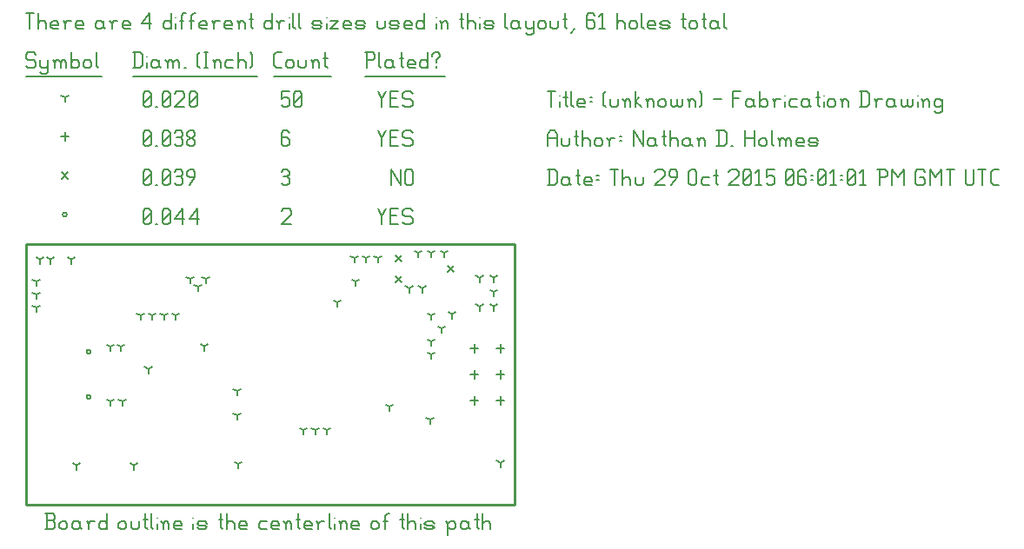
<source format=gbr>
G04 start of page 13 for group -3984 idx -3984 *
G04 Title: (unknown), fab *
G04 Creator: pcb 20140316 *
G04 CreationDate: Thu 29 Oct 2015 06:01:01 PM GMT UTC *
G04 For: ndholmes *
G04 Format: Gerber/RS-274X *
G04 PCB-Dimensions (mil): 1875.00 1000.00 *
G04 PCB-Coordinate-Origin: lower left *
%MOIN*%
%FSLAX25Y25*%
%LNFAB*%
%ADD86C,0.0100*%
%ADD85C,0.0075*%
%ADD84C,0.0060*%
%ADD83R,0.0080X0.0080*%
G54D83*X23322Y58661D02*G75*G03X24922Y58661I800J0D01*G01*
G75*G03X23322Y58661I-800J0D01*G01*
Y41339D02*G75*G03X24922Y41339I800J0D01*G01*
G75*G03X23322Y41339I-800J0D01*G01*
X14200Y111250D02*G75*G03X15800Y111250I800J0D01*G01*
G75*G03X14200Y111250I-800J0D01*G01*
G54D84*X135000Y113500D02*X136500Y110500D01*
X138000Y113500D01*
X136500Y110500D02*Y107500D01*
X139800Y110800D02*X142050D01*
X139800Y107500D02*X142800D01*
X139800Y113500D02*Y107500D01*
Y113500D02*X142800D01*
X147600D02*X148350Y112750D01*
X145350Y113500D02*X147600D01*
X144600Y112750D02*X145350Y113500D01*
X144600Y112750D02*Y111250D01*
X145350Y110500D01*
X147600D01*
X148350Y109750D01*
Y108250D01*
X147600Y107500D02*X148350Y108250D01*
X145350Y107500D02*X147600D01*
X144600Y108250D02*X145350Y107500D01*
X98000Y112750D02*X98750Y113500D01*
X101000D01*
X101750Y112750D01*
Y111250D01*
X98000Y107500D02*X101750Y111250D01*
X98000Y107500D02*X101750D01*
X45000Y108250D02*X45750Y107500D01*
X45000Y112750D02*Y108250D01*
Y112750D02*X45750Y113500D01*
X47250D01*
X48000Y112750D01*
Y108250D01*
X47250Y107500D02*X48000Y108250D01*
X45750Y107500D02*X47250D01*
X45000Y109000D02*X48000Y112000D01*
X49800Y107500D02*X50550D01*
X52350Y108250D02*X53100Y107500D01*
X52350Y112750D02*Y108250D01*
Y112750D02*X53100Y113500D01*
X54600D01*
X55350Y112750D01*
Y108250D01*
X54600Y107500D02*X55350Y108250D01*
X53100Y107500D02*X54600D01*
X52350Y109000D02*X55350Y112000D01*
X57150Y109750D02*X60150Y113500D01*
X57150Y109750D02*X60900D01*
X60150Y113500D02*Y107500D01*
X62700Y109750D02*X65700Y113500D01*
X62700Y109750D02*X66450D01*
X65700Y113500D02*Y107500D01*
X161800Y91700D02*X164200Y89300D01*
X161800D02*X164200Y91700D01*
X141800Y87700D02*X144200Y85300D01*
X141800D02*X144200Y87700D01*
X141800Y95700D02*X144200Y93300D01*
X141800D02*X144200Y95700D01*
X13800Y127450D02*X16200Y125050D01*
X13800D02*X16200Y127450D01*
X140000Y128500D02*Y122500D01*
Y128500D02*X143750Y122500D01*
Y128500D02*Y122500D01*
X145550Y127750D02*Y123250D01*
Y127750D02*X146300Y128500D01*
X147800D01*
X148550Y127750D01*
Y123250D01*
X147800Y122500D02*X148550Y123250D01*
X146300Y122500D02*X147800D01*
X145550Y123250D02*X146300Y122500D01*
X98000Y127750D02*X98750Y128500D01*
X100250D01*
X101000Y127750D01*
X100250Y122500D02*X101000Y123250D01*
X98750Y122500D02*X100250D01*
X98000Y123250D02*X98750Y122500D01*
Y125800D02*X100250D01*
X101000Y127750D02*Y126550D01*
Y125050D02*Y123250D01*
Y125050D02*X100250Y125800D01*
X101000Y126550D02*X100250Y125800D01*
X45000Y123250D02*X45750Y122500D01*
X45000Y127750D02*Y123250D01*
Y127750D02*X45750Y128500D01*
X47250D01*
X48000Y127750D01*
Y123250D01*
X47250Y122500D02*X48000Y123250D01*
X45750Y122500D02*X47250D01*
X45000Y124000D02*X48000Y127000D01*
X49800Y122500D02*X50550D01*
X52350Y123250D02*X53100Y122500D01*
X52350Y127750D02*Y123250D01*
Y127750D02*X53100Y128500D01*
X54600D01*
X55350Y127750D01*
Y123250D01*
X54600Y122500D02*X55350Y123250D01*
X53100Y122500D02*X54600D01*
X52350Y124000D02*X55350Y127000D01*
X57150Y127750D02*X57900Y128500D01*
X59400D01*
X60150Y127750D01*
X59400Y122500D02*X60150Y123250D01*
X57900Y122500D02*X59400D01*
X57150Y123250D02*X57900Y122500D01*
Y125800D02*X59400D01*
X60150Y127750D02*Y126550D01*
Y125050D02*Y123250D01*
Y125050D02*X59400Y125800D01*
X60150Y126550D02*X59400Y125800D01*
X62700Y122500D02*X64950Y125500D01*
Y127750D02*Y125500D01*
X64200Y128500D02*X64950Y127750D01*
X62700Y128500D02*X64200D01*
X61950Y127750D02*X62700Y128500D01*
X61950Y127750D02*Y126250D01*
X62700Y125500D01*
X64950D01*
X182000Y41600D02*Y38400D01*
X180400Y40000D02*X183600D01*
X182000Y51600D02*Y48400D01*
X180400Y50000D02*X183600D01*
X182000Y61600D02*Y58400D01*
X180400Y60000D02*X183600D01*
X172000Y41600D02*Y38400D01*
X170400Y40000D02*X173600D01*
X172000Y51600D02*Y48400D01*
X170400Y50000D02*X173600D01*
X172000Y61600D02*Y58400D01*
X170400Y60000D02*X173600D01*
X15000Y142850D02*Y139650D01*
X13400Y141250D02*X16600D01*
X135000Y143500D02*X136500Y140500D01*
X138000Y143500D01*
X136500Y140500D02*Y137500D01*
X139800Y140800D02*X142050D01*
X139800Y137500D02*X142800D01*
X139800Y143500D02*Y137500D01*
Y143500D02*X142800D01*
X147600D02*X148350Y142750D01*
X145350Y143500D02*X147600D01*
X144600Y142750D02*X145350Y143500D01*
X144600Y142750D02*Y141250D01*
X145350Y140500D01*
X147600D01*
X148350Y139750D01*
Y138250D01*
X147600Y137500D02*X148350Y138250D01*
X145350Y137500D02*X147600D01*
X144600Y138250D02*X145350Y137500D01*
X100250Y143500D02*X101000Y142750D01*
X98750Y143500D02*X100250D01*
X98000Y142750D02*X98750Y143500D01*
X98000Y142750D02*Y138250D01*
X98750Y137500D01*
X100250Y140800D02*X101000Y140050D01*
X98000Y140800D02*X100250D01*
X98750Y137500D02*X100250D01*
X101000Y138250D01*
Y140050D02*Y138250D01*
X45000D02*X45750Y137500D01*
X45000Y142750D02*Y138250D01*
Y142750D02*X45750Y143500D01*
X47250D01*
X48000Y142750D01*
Y138250D01*
X47250Y137500D02*X48000Y138250D01*
X45750Y137500D02*X47250D01*
X45000Y139000D02*X48000Y142000D01*
X49800Y137500D02*X50550D01*
X52350Y138250D02*X53100Y137500D01*
X52350Y142750D02*Y138250D01*
Y142750D02*X53100Y143500D01*
X54600D01*
X55350Y142750D01*
Y138250D01*
X54600Y137500D02*X55350Y138250D01*
X53100Y137500D02*X54600D01*
X52350Y139000D02*X55350Y142000D01*
X57150Y142750D02*X57900Y143500D01*
X59400D01*
X60150Y142750D01*
X59400Y137500D02*X60150Y138250D01*
X57900Y137500D02*X59400D01*
X57150Y138250D02*X57900Y137500D01*
Y140800D02*X59400D01*
X60150Y142750D02*Y141550D01*
Y140050D02*Y138250D01*
Y140050D02*X59400Y140800D01*
X60150Y141550D02*X59400Y140800D01*
X61950Y138250D02*X62700Y137500D01*
X61950Y139450D02*Y138250D01*
Y139450D02*X63000Y140500D01*
X63900D01*
X64950Y139450D01*
Y138250D01*
X64200Y137500D02*X64950Y138250D01*
X62700Y137500D02*X64200D01*
X61950Y141550D02*X63000Y140500D01*
X61950Y142750D02*Y141550D01*
Y142750D02*X62700Y143500D01*
X64200D01*
X64950Y142750D01*
Y141550D01*
X63900Y140500D02*X64950Y141550D01*
X4000Y85500D02*Y83900D01*
Y85500D02*X5387Y86300D01*
X4000Y85500D02*X2613Y86300D01*
X9500Y94000D02*Y92400D01*
Y94000D02*X10887Y94800D01*
X9500Y94000D02*X8113Y94800D01*
X5500Y94000D02*Y92400D01*
Y94000D02*X6887Y94800D01*
X5500Y94000D02*X4113Y94800D01*
X81000Y43500D02*Y41900D01*
Y43500D02*X82387Y44300D01*
X81000Y43500D02*X79613Y44300D01*
X68500Y60675D02*Y59075D01*
Y60675D02*X69887Y61475D01*
X68500Y60675D02*X67113Y61475D01*
X81000Y34276D02*Y32676D01*
Y34276D02*X82387Y35076D01*
X81000Y34276D02*X79613Y35076D01*
X139500Y37500D02*Y35900D01*
Y37500D02*X140887Y38300D01*
X139500Y37500D02*X138113Y38300D01*
X126500Y85500D02*Y83900D01*
Y85500D02*X127887Y86300D01*
X126500Y85500D02*X125113Y86300D01*
X126000Y94500D02*Y92900D01*
Y94500D02*X127387Y95300D01*
X126000Y94500D02*X124613Y95300D01*
X130500Y94500D02*Y92900D01*
Y94500D02*X131887Y95300D01*
X130500Y94500D02*X129113Y95300D01*
X135000Y94500D02*Y92900D01*
Y94500D02*X136387Y95300D01*
X135000Y94500D02*X133613Y95300D01*
X155500Y96500D02*Y94900D01*
Y96500D02*X156887Y97300D01*
X155500Y96500D02*X154113Y97300D01*
X160500Y96500D02*Y94900D01*
Y96500D02*X161887Y97300D01*
X160500Y96500D02*X159113Y97300D01*
X155500Y62500D02*Y60900D01*
Y62500D02*X156887Y63300D01*
X155500Y62500D02*X154113Y63300D01*
X155500Y72500D02*Y70900D01*
Y72500D02*X156887Y73300D01*
X155500Y72500D02*X154113Y73300D01*
X159500Y67500D02*Y65900D01*
Y67500D02*X160887Y68300D01*
X159500Y67500D02*X158113Y68300D01*
X152000Y83000D02*Y81400D01*
Y83000D02*X153387Y83800D01*
X152000Y83000D02*X150613Y83800D01*
X147000Y83000D02*Y81400D01*
Y83000D02*X148387Y83800D01*
X147000Y83000D02*X145613Y83800D01*
X155000Y32500D02*Y30900D01*
Y32500D02*X156387Y33300D01*
X155000Y32500D02*X153613Y33300D01*
X111000Y28500D02*Y26900D01*
Y28500D02*X112387Y29300D01*
X111000Y28500D02*X109613Y29300D01*
X115500Y28500D02*Y26900D01*
Y28500D02*X116887Y29300D01*
X115500Y28500D02*X114113Y29300D01*
X106500Y28500D02*Y26900D01*
Y28500D02*X107887Y29300D01*
X106500Y28500D02*X105113Y29300D01*
X155500Y57500D02*Y55900D01*
Y57500D02*X156887Y58300D01*
X155500Y57500D02*X154113Y58300D01*
X174000Y87000D02*Y85400D01*
Y87000D02*X175387Y87800D01*
X174000Y87000D02*X172613Y87800D01*
X174000Y76000D02*Y74400D01*
Y76000D02*X175387Y76800D01*
X174000Y76000D02*X172613Y76800D01*
X179500Y76000D02*Y74400D01*
Y76000D02*X180887Y76800D01*
X179500Y76000D02*X178113Y76800D01*
X179500Y81500D02*Y79900D01*
Y81500D02*X180887Y82300D01*
X179500Y81500D02*X178113Y82300D01*
X179500Y87000D02*Y85400D01*
Y87000D02*X180887Y87800D01*
X179500Y87000D02*X178113Y87800D01*
X163500Y73000D02*Y71400D01*
Y73000D02*X164887Y73800D01*
X163500Y73000D02*X162113Y73800D01*
X182000Y16000D02*Y14400D01*
Y16000D02*X183387Y16800D01*
X182000Y16000D02*X180613Y16800D01*
X81500Y15500D02*Y13900D01*
Y15500D02*X82887Y16300D01*
X81500Y15500D02*X80113Y16300D01*
X150500Y96500D02*Y94900D01*
Y96500D02*X151887Y97300D01*
X150500Y96500D02*X149113Y97300D01*
X119500Y77500D02*Y75900D01*
Y77500D02*X120887Y78300D01*
X119500Y77500D02*X118113Y78300D01*
X66000Y83500D02*Y81900D01*
Y83500D02*X67387Y84300D01*
X66000Y83500D02*X64613Y84300D01*
X69000Y86500D02*Y84900D01*
Y86500D02*X70387Y87300D01*
X69000Y86500D02*X67613Y87300D01*
X63000Y86500D02*Y84900D01*
Y86500D02*X64387Y87300D01*
X63000Y86500D02*X61613Y87300D01*
X19500Y15000D02*Y13400D01*
Y15000D02*X20887Y15800D01*
X19500Y15000D02*X18113Y15800D01*
X41500Y15000D02*Y13400D01*
Y15000D02*X42887Y15800D01*
X41500Y15000D02*X40113Y15800D01*
X17500Y94000D02*Y92400D01*
Y94000D02*X18887Y94800D01*
X17500Y94000D02*X16113Y94800D01*
X44000Y72500D02*Y70900D01*
Y72500D02*X45387Y73300D01*
X44000Y72500D02*X42613Y73300D01*
X48500Y72500D02*Y70900D01*
Y72500D02*X49887Y73300D01*
X48500Y72500D02*X47113Y73300D01*
X53000Y72500D02*Y70900D01*
Y72500D02*X54387Y73300D01*
X53000Y72500D02*X51613Y73300D01*
X57500Y72500D02*Y70900D01*
Y72500D02*X58887Y73300D01*
X57500Y72500D02*X56113Y73300D01*
X4000Y75500D02*Y73900D01*
Y75500D02*X5387Y76300D01*
X4000Y75500D02*X2613Y76300D01*
X4000Y80500D02*Y78900D01*
Y80500D02*X5387Y81300D01*
X4000Y80500D02*X2613Y81300D01*
X47000Y52000D02*Y50400D01*
Y52000D02*X48387Y52800D01*
X47000Y52000D02*X45613Y52800D01*
X37000Y39500D02*Y37900D01*
Y39500D02*X38387Y40300D01*
X37000Y39500D02*X35613Y40300D01*
X32500Y39500D02*Y37900D01*
Y39500D02*X33887Y40300D01*
X32500Y39500D02*X31113Y40300D01*
X36500Y60500D02*Y58900D01*
Y60500D02*X37887Y61300D01*
X36500Y60500D02*X35113Y61300D01*
X32500Y60500D02*Y58900D01*
Y60500D02*X33887Y61300D01*
X32500Y60500D02*X31113Y61300D01*
X15000Y156250D02*Y154650D01*
Y156250D02*X16387Y157050D01*
X15000Y156250D02*X13613Y157050D01*
X135000Y158500D02*X136500Y155500D01*
X138000Y158500D01*
X136500Y155500D02*Y152500D01*
X139800Y155800D02*X142050D01*
X139800Y152500D02*X142800D01*
X139800Y158500D02*Y152500D01*
Y158500D02*X142800D01*
X147600D02*X148350Y157750D01*
X145350Y158500D02*X147600D01*
X144600Y157750D02*X145350Y158500D01*
X144600Y157750D02*Y156250D01*
X145350Y155500D01*
X147600D01*
X148350Y154750D01*
Y153250D01*
X147600Y152500D02*X148350Y153250D01*
X145350Y152500D02*X147600D01*
X144600Y153250D02*X145350Y152500D01*
X98000Y158500D02*X101000D01*
X98000D02*Y155500D01*
X98750Y156250D01*
X100250D01*
X101000Y155500D01*
Y153250D01*
X100250Y152500D02*X101000Y153250D01*
X98750Y152500D02*X100250D01*
X98000Y153250D02*X98750Y152500D01*
X102800Y153250D02*X103550Y152500D01*
X102800Y157750D02*Y153250D01*
Y157750D02*X103550Y158500D01*
X105050D01*
X105800Y157750D01*
Y153250D01*
X105050Y152500D02*X105800Y153250D01*
X103550Y152500D02*X105050D01*
X102800Y154000D02*X105800Y157000D01*
X45000Y153250D02*X45750Y152500D01*
X45000Y157750D02*Y153250D01*
Y157750D02*X45750Y158500D01*
X47250D01*
X48000Y157750D01*
Y153250D01*
X47250Y152500D02*X48000Y153250D01*
X45750Y152500D02*X47250D01*
X45000Y154000D02*X48000Y157000D01*
X49800Y152500D02*X50550D01*
X52350Y153250D02*X53100Y152500D01*
X52350Y157750D02*Y153250D01*
Y157750D02*X53100Y158500D01*
X54600D01*
X55350Y157750D01*
Y153250D01*
X54600Y152500D02*X55350Y153250D01*
X53100Y152500D02*X54600D01*
X52350Y154000D02*X55350Y157000D01*
X57150Y157750D02*X57900Y158500D01*
X60150D01*
X60900Y157750D01*
Y156250D01*
X57150Y152500D02*X60900Y156250D01*
X57150Y152500D02*X60900D01*
X62700Y153250D02*X63450Y152500D01*
X62700Y157750D02*Y153250D01*
Y157750D02*X63450Y158500D01*
X64950D01*
X65700Y157750D01*
Y153250D01*
X64950Y152500D02*X65700Y153250D01*
X63450Y152500D02*X64950D01*
X62700Y154000D02*X65700Y157000D01*
X3000Y173500D02*X3750Y172750D01*
X750Y173500D02*X3000D01*
X0Y172750D02*X750Y173500D01*
X0Y172750D02*Y171250D01*
X750Y170500D01*
X3000D01*
X3750Y169750D01*
Y168250D01*
X3000Y167500D02*X3750Y168250D01*
X750Y167500D02*X3000D01*
X0Y168250D02*X750Y167500D01*
X5550Y170500D02*Y168250D01*
X6300Y167500D01*
X8550Y170500D02*Y166000D01*
X7800Y165250D02*X8550Y166000D01*
X6300Y165250D02*X7800D01*
X5550Y166000D02*X6300Y165250D01*
Y167500D02*X7800D01*
X8550Y168250D01*
X11100Y169750D02*Y167500D01*
Y169750D02*X11850Y170500D01*
X12600D01*
X13350Y169750D01*
Y167500D01*
Y169750D02*X14100Y170500D01*
X14850D01*
X15600Y169750D01*
Y167500D01*
X10350Y170500D02*X11100Y169750D01*
X17400Y173500D02*Y167500D01*
Y168250D02*X18150Y167500D01*
X19650D01*
X20400Y168250D01*
Y169750D02*Y168250D01*
X19650Y170500D02*X20400Y169750D01*
X18150Y170500D02*X19650D01*
X17400Y169750D02*X18150Y170500D01*
X22200Y169750D02*Y168250D01*
Y169750D02*X22950Y170500D01*
X24450D01*
X25200Y169750D01*
Y168250D01*
X24450Y167500D02*X25200Y168250D01*
X22950Y167500D02*X24450D01*
X22200Y168250D02*X22950Y167500D01*
X27000Y173500D02*Y168250D01*
X27750Y167500D01*
X0Y164250D02*X29250D01*
X41750Y173500D02*Y167500D01*
X43700Y173500D02*X44750Y172450D01*
Y168550D01*
X43700Y167500D02*X44750Y168550D01*
X41000Y167500D02*X43700D01*
X41000Y173500D02*X43700D01*
G54D85*X46550Y172000D02*Y171850D01*
G54D84*Y169750D02*Y167500D01*
X50300Y170500D02*X51050Y169750D01*
X48800Y170500D02*X50300D01*
X48050Y169750D02*X48800Y170500D01*
X48050Y169750D02*Y168250D01*
X48800Y167500D01*
X51050Y170500D02*Y168250D01*
X51800Y167500D01*
X48800D02*X50300D01*
X51050Y168250D01*
X54350Y169750D02*Y167500D01*
Y169750D02*X55100Y170500D01*
X55850D01*
X56600Y169750D01*
Y167500D01*
Y169750D02*X57350Y170500D01*
X58100D01*
X58850Y169750D01*
Y167500D01*
X53600Y170500D02*X54350Y169750D01*
X60650Y167500D02*X61400D01*
X65900Y168250D02*X66650Y167500D01*
X65900Y172750D02*X66650Y173500D01*
X65900Y172750D02*Y168250D01*
X68450Y173500D02*X69950D01*
X69200D02*Y167500D01*
X68450D02*X69950D01*
X72500Y169750D02*Y167500D01*
Y169750D02*X73250Y170500D01*
X74000D01*
X74750Y169750D01*
Y167500D01*
X71750Y170500D02*X72500Y169750D01*
X77300Y170500D02*X79550D01*
X76550Y169750D02*X77300Y170500D01*
X76550Y169750D02*Y168250D01*
X77300Y167500D01*
X79550D01*
X81350Y173500D02*Y167500D01*
Y169750D02*X82100Y170500D01*
X83600D01*
X84350Y169750D01*
Y167500D01*
X86150Y173500D02*X86900Y172750D01*
Y168250D01*
X86150Y167500D02*X86900Y168250D01*
X41000Y164250D02*X88700D01*
X96050Y167500D02*X98000D01*
X95000Y168550D02*X96050Y167500D01*
X95000Y172450D02*Y168550D01*
Y172450D02*X96050Y173500D01*
X98000D01*
X99800Y169750D02*Y168250D01*
Y169750D02*X100550Y170500D01*
X102050D01*
X102800Y169750D01*
Y168250D01*
X102050Y167500D02*X102800Y168250D01*
X100550Y167500D02*X102050D01*
X99800Y168250D02*X100550Y167500D01*
X104600Y170500D02*Y168250D01*
X105350Y167500D01*
X106850D01*
X107600Y168250D01*
Y170500D02*Y168250D01*
X110150Y169750D02*Y167500D01*
Y169750D02*X110900Y170500D01*
X111650D01*
X112400Y169750D01*
Y167500D01*
X109400Y170500D02*X110150Y169750D01*
X114950Y173500D02*Y168250D01*
X115700Y167500D01*
X114200Y171250D02*X115700D01*
X95000Y164250D02*X117200D01*
X130750Y173500D02*Y167500D01*
X130000Y173500D02*X133000D01*
X133750Y172750D01*
Y171250D01*
X133000Y170500D02*X133750Y171250D01*
X130750Y170500D02*X133000D01*
X135550Y173500D02*Y168250D01*
X136300Y167500D01*
X140050Y170500D02*X140800Y169750D01*
X138550Y170500D02*X140050D01*
X137800Y169750D02*X138550Y170500D01*
X137800Y169750D02*Y168250D01*
X138550Y167500D01*
X140800Y170500D02*Y168250D01*
X141550Y167500D01*
X138550D02*X140050D01*
X140800Y168250D01*
X144100Y173500D02*Y168250D01*
X144850Y167500D01*
X143350Y171250D02*X144850D01*
X147100Y167500D02*X149350D01*
X146350Y168250D02*X147100Y167500D01*
X146350Y169750D02*Y168250D01*
Y169750D02*X147100Y170500D01*
X148600D01*
X149350Y169750D01*
X146350Y169000D02*X149350D01*
Y169750D02*Y169000D01*
X154150Y173500D02*Y167500D01*
X153400D02*X154150Y168250D01*
X151900Y167500D02*X153400D01*
X151150Y168250D02*X151900Y167500D01*
X151150Y169750D02*Y168250D01*
Y169750D02*X151900Y170500D01*
X153400D01*
X154150Y169750D01*
X157450Y170500D02*Y169750D01*
Y168250D02*Y167500D01*
X155950Y172750D02*Y172000D01*
Y172750D02*X156700Y173500D01*
X158200D01*
X158950Y172750D01*
Y172000D01*
X157450Y170500D02*X158950Y172000D01*
X130000Y164250D02*X160750D01*
X0Y188500D02*X3000D01*
X1500D02*Y182500D01*
X4800Y188500D02*Y182500D01*
Y184750D02*X5550Y185500D01*
X7050D01*
X7800Y184750D01*
Y182500D01*
X10350D02*X12600D01*
X9600Y183250D02*X10350Y182500D01*
X9600Y184750D02*Y183250D01*
Y184750D02*X10350Y185500D01*
X11850D01*
X12600Y184750D01*
X9600Y184000D02*X12600D01*
Y184750D02*Y184000D01*
X15150Y184750D02*Y182500D01*
Y184750D02*X15900Y185500D01*
X17400D01*
X14400D02*X15150Y184750D01*
X19950Y182500D02*X22200D01*
X19200Y183250D02*X19950Y182500D01*
X19200Y184750D02*Y183250D01*
Y184750D02*X19950Y185500D01*
X21450D01*
X22200Y184750D01*
X19200Y184000D02*X22200D01*
Y184750D02*Y184000D01*
X28950Y185500D02*X29700Y184750D01*
X27450Y185500D02*X28950D01*
X26700Y184750D02*X27450Y185500D01*
X26700Y184750D02*Y183250D01*
X27450Y182500D01*
X29700Y185500D02*Y183250D01*
X30450Y182500D01*
X27450D02*X28950D01*
X29700Y183250D01*
X33000Y184750D02*Y182500D01*
Y184750D02*X33750Y185500D01*
X35250D01*
X32250D02*X33000Y184750D01*
X37800Y182500D02*X40050D01*
X37050Y183250D02*X37800Y182500D01*
X37050Y184750D02*Y183250D01*
Y184750D02*X37800Y185500D01*
X39300D01*
X40050Y184750D01*
X37050Y184000D02*X40050D01*
Y184750D02*Y184000D01*
X44550Y184750D02*X47550Y188500D01*
X44550Y184750D02*X48300D01*
X47550Y188500D02*Y182500D01*
X55800Y188500D02*Y182500D01*
X55050D02*X55800Y183250D01*
X53550Y182500D02*X55050D01*
X52800Y183250D02*X53550Y182500D01*
X52800Y184750D02*Y183250D01*
Y184750D02*X53550Y185500D01*
X55050D01*
X55800Y184750D01*
G54D85*X57600Y187000D02*Y186850D01*
G54D84*Y184750D02*Y182500D01*
X59850Y187750D02*Y182500D01*
Y187750D02*X60600Y188500D01*
X61350D01*
X59100Y185500D02*X60600D01*
X63600Y187750D02*Y182500D01*
Y187750D02*X64350Y188500D01*
X65100D01*
X62850Y185500D02*X64350D01*
X67350Y182500D02*X69600D01*
X66600Y183250D02*X67350Y182500D01*
X66600Y184750D02*Y183250D01*
Y184750D02*X67350Y185500D01*
X68850D01*
X69600Y184750D01*
X66600Y184000D02*X69600D01*
Y184750D02*Y184000D01*
X72150Y184750D02*Y182500D01*
Y184750D02*X72900Y185500D01*
X74400D01*
X71400D02*X72150Y184750D01*
X76950Y182500D02*X79200D01*
X76200Y183250D02*X76950Y182500D01*
X76200Y184750D02*Y183250D01*
Y184750D02*X76950Y185500D01*
X78450D01*
X79200Y184750D01*
X76200Y184000D02*X79200D01*
Y184750D02*Y184000D01*
X81750Y184750D02*Y182500D01*
Y184750D02*X82500Y185500D01*
X83250D01*
X84000Y184750D01*
Y182500D01*
X81000Y185500D02*X81750Y184750D01*
X86550Y188500D02*Y183250D01*
X87300Y182500D01*
X85800Y186250D02*X87300D01*
X94500Y188500D02*Y182500D01*
X93750D02*X94500Y183250D01*
X92250Y182500D02*X93750D01*
X91500Y183250D02*X92250Y182500D01*
X91500Y184750D02*Y183250D01*
Y184750D02*X92250Y185500D01*
X93750D01*
X94500Y184750D01*
X97050D02*Y182500D01*
Y184750D02*X97800Y185500D01*
X99300D01*
X96300D02*X97050Y184750D01*
G54D85*X101100Y187000D02*Y186850D01*
G54D84*Y184750D02*Y182500D01*
X102600Y188500D02*Y183250D01*
X103350Y182500D01*
X104850Y188500D02*Y183250D01*
X105600Y182500D01*
X110550D02*X112800D01*
X113550Y183250D01*
X112800Y184000D02*X113550Y183250D01*
X110550Y184000D02*X112800D01*
X109800Y184750D02*X110550Y184000D01*
X109800Y184750D02*X110550Y185500D01*
X112800D01*
X113550Y184750D01*
X109800Y183250D02*X110550Y182500D01*
G54D85*X115350Y187000D02*Y186850D01*
G54D84*Y184750D02*Y182500D01*
X116850Y185500D02*X119850D01*
X116850Y182500D02*X119850Y185500D01*
X116850Y182500D02*X119850D01*
X122400D02*X124650D01*
X121650Y183250D02*X122400Y182500D01*
X121650Y184750D02*Y183250D01*
Y184750D02*X122400Y185500D01*
X123900D01*
X124650Y184750D01*
X121650Y184000D02*X124650D01*
Y184750D02*Y184000D01*
X127200Y182500D02*X129450D01*
X130200Y183250D01*
X129450Y184000D02*X130200Y183250D01*
X127200Y184000D02*X129450D01*
X126450Y184750D02*X127200Y184000D01*
X126450Y184750D02*X127200Y185500D01*
X129450D01*
X130200Y184750D01*
X126450Y183250D02*X127200Y182500D01*
X134700Y185500D02*Y183250D01*
X135450Y182500D01*
X136950D01*
X137700Y183250D01*
Y185500D02*Y183250D01*
X140250Y182500D02*X142500D01*
X143250Y183250D01*
X142500Y184000D02*X143250Y183250D01*
X140250Y184000D02*X142500D01*
X139500Y184750D02*X140250Y184000D01*
X139500Y184750D02*X140250Y185500D01*
X142500D01*
X143250Y184750D01*
X139500Y183250D02*X140250Y182500D01*
X145800D02*X148050D01*
X145050Y183250D02*X145800Y182500D01*
X145050Y184750D02*Y183250D01*
Y184750D02*X145800Y185500D01*
X147300D01*
X148050Y184750D01*
X145050Y184000D02*X148050D01*
Y184750D02*Y184000D01*
X152850Y188500D02*Y182500D01*
X152100D02*X152850Y183250D01*
X150600Y182500D02*X152100D01*
X149850Y183250D02*X150600Y182500D01*
X149850Y184750D02*Y183250D01*
Y184750D02*X150600Y185500D01*
X152100D01*
X152850Y184750D01*
G54D85*X157350Y187000D02*Y186850D01*
G54D84*Y184750D02*Y182500D01*
X159600Y184750D02*Y182500D01*
Y184750D02*X160350Y185500D01*
X161100D01*
X161850Y184750D01*
Y182500D01*
X158850Y185500D02*X159600Y184750D01*
X167100Y188500D02*Y183250D01*
X167850Y182500D01*
X166350Y186250D02*X167850D01*
X169350Y188500D02*Y182500D01*
Y184750D02*X170100Y185500D01*
X171600D01*
X172350Y184750D01*
Y182500D01*
G54D85*X174150Y187000D02*Y186850D01*
G54D84*Y184750D02*Y182500D01*
X176400D02*X178650D01*
X179400Y183250D01*
X178650Y184000D02*X179400Y183250D01*
X176400Y184000D02*X178650D01*
X175650Y184750D02*X176400Y184000D01*
X175650Y184750D02*X176400Y185500D01*
X178650D01*
X179400Y184750D01*
X175650Y183250D02*X176400Y182500D01*
X183900Y188500D02*Y183250D01*
X184650Y182500D01*
X188400Y185500D02*X189150Y184750D01*
X186900Y185500D02*X188400D01*
X186150Y184750D02*X186900Y185500D01*
X186150Y184750D02*Y183250D01*
X186900Y182500D01*
X189150Y185500D02*Y183250D01*
X189900Y182500D01*
X186900D02*X188400D01*
X189150Y183250D01*
X191700Y185500D02*Y183250D01*
X192450Y182500D01*
X194700Y185500D02*Y181000D01*
X193950Y180250D02*X194700Y181000D01*
X192450Y180250D02*X193950D01*
X191700Y181000D02*X192450Y180250D01*
Y182500D02*X193950D01*
X194700Y183250D01*
X196500Y184750D02*Y183250D01*
Y184750D02*X197250Y185500D01*
X198750D01*
X199500Y184750D01*
Y183250D01*
X198750Y182500D02*X199500Y183250D01*
X197250Y182500D02*X198750D01*
X196500Y183250D02*X197250Y182500D01*
X201300Y185500D02*Y183250D01*
X202050Y182500D01*
X203550D01*
X204300Y183250D01*
Y185500D02*Y183250D01*
X206850Y188500D02*Y183250D01*
X207600Y182500D01*
X206100Y186250D02*X207600D01*
X209100Y181000D02*X210600Y182500D01*
X217350Y188500D02*X218100Y187750D01*
X215850Y188500D02*X217350D01*
X215100Y187750D02*X215850Y188500D01*
X215100Y187750D02*Y183250D01*
X215850Y182500D01*
X217350Y185800D02*X218100Y185050D01*
X215100Y185800D02*X217350D01*
X215850Y182500D02*X217350D01*
X218100Y183250D01*
Y185050D02*Y183250D01*
X219900Y187300D02*X221100Y188500D01*
Y182500D01*
X219900D02*X222150D01*
X226650Y188500D02*Y182500D01*
Y184750D02*X227400Y185500D01*
X228900D01*
X229650Y184750D01*
Y182500D01*
X231450Y184750D02*Y183250D01*
Y184750D02*X232200Y185500D01*
X233700D01*
X234450Y184750D01*
Y183250D01*
X233700Y182500D02*X234450Y183250D01*
X232200Y182500D02*X233700D01*
X231450Y183250D02*X232200Y182500D01*
X236250Y188500D02*Y183250D01*
X237000Y182500D01*
X239250D02*X241500D01*
X238500Y183250D02*X239250Y182500D01*
X238500Y184750D02*Y183250D01*
Y184750D02*X239250Y185500D01*
X240750D01*
X241500Y184750D01*
X238500Y184000D02*X241500D01*
Y184750D02*Y184000D01*
X244050Y182500D02*X246300D01*
X247050Y183250D01*
X246300Y184000D02*X247050Y183250D01*
X244050Y184000D02*X246300D01*
X243300Y184750D02*X244050Y184000D01*
X243300Y184750D02*X244050Y185500D01*
X246300D01*
X247050Y184750D01*
X243300Y183250D02*X244050Y182500D01*
X252300Y188500D02*Y183250D01*
X253050Y182500D01*
X251550Y186250D02*X253050D01*
X254550Y184750D02*Y183250D01*
Y184750D02*X255300Y185500D01*
X256800D01*
X257550Y184750D01*
Y183250D01*
X256800Y182500D02*X257550Y183250D01*
X255300Y182500D02*X256800D01*
X254550Y183250D02*X255300Y182500D01*
X260100Y188500D02*Y183250D01*
X260850Y182500D01*
X259350Y186250D02*X260850D01*
X264600Y185500D02*X265350Y184750D01*
X263100Y185500D02*X264600D01*
X262350Y184750D02*X263100Y185500D01*
X262350Y184750D02*Y183250D01*
X263100Y182500D01*
X265350Y185500D02*Y183250D01*
X266100Y182500D01*
X263100D02*X264600D01*
X265350Y183250D01*
X267900Y188500D02*Y183250D01*
X268650Y182500D01*
G54D86*X0Y100000D02*X187500D01*
Y0D01*
X0D01*
Y100000D01*
G54D84*X7425Y-9500D02*X10425D01*
X11175Y-8750D01*
Y-6950D02*Y-8750D01*
X10425Y-6200D02*X11175Y-6950D01*
X8175Y-6200D02*X10425D01*
X8175Y-3500D02*Y-9500D01*
X7425Y-3500D02*X10425D01*
X11175Y-4250D01*
Y-5450D01*
X10425Y-6200D02*X11175Y-5450D01*
X12975Y-7250D02*Y-8750D01*
Y-7250D02*X13725Y-6500D01*
X15225D01*
X15975Y-7250D01*
Y-8750D01*
X15225Y-9500D02*X15975Y-8750D01*
X13725Y-9500D02*X15225D01*
X12975Y-8750D02*X13725Y-9500D01*
X20025Y-6500D02*X20775Y-7250D01*
X18525Y-6500D02*X20025D01*
X17775Y-7250D02*X18525Y-6500D01*
X17775Y-7250D02*Y-8750D01*
X18525Y-9500D01*
X20775Y-6500D02*Y-8750D01*
X21525Y-9500D01*
X18525D02*X20025D01*
X20775Y-8750D01*
X24075Y-7250D02*Y-9500D01*
Y-7250D02*X24825Y-6500D01*
X26325D01*
X23325D02*X24075Y-7250D01*
X31125Y-3500D02*Y-9500D01*
X30375D02*X31125Y-8750D01*
X28875Y-9500D02*X30375D01*
X28125Y-8750D02*X28875Y-9500D01*
X28125Y-7250D02*Y-8750D01*
Y-7250D02*X28875Y-6500D01*
X30375D01*
X31125Y-7250D01*
X35625D02*Y-8750D01*
Y-7250D02*X36375Y-6500D01*
X37875D01*
X38625Y-7250D01*
Y-8750D01*
X37875Y-9500D02*X38625Y-8750D01*
X36375Y-9500D02*X37875D01*
X35625Y-8750D02*X36375Y-9500D01*
X40425Y-6500D02*Y-8750D01*
X41175Y-9500D01*
X42675D01*
X43425Y-8750D01*
Y-6500D02*Y-8750D01*
X45975Y-3500D02*Y-8750D01*
X46725Y-9500D01*
X45225Y-5750D02*X46725D01*
X48225Y-3500D02*Y-8750D01*
X48975Y-9500D01*
G54D85*X50475Y-5000D02*Y-5150D01*
G54D84*Y-7250D02*Y-9500D01*
X52725Y-7250D02*Y-9500D01*
Y-7250D02*X53475Y-6500D01*
X54225D01*
X54975Y-7250D01*
Y-9500D01*
X51975Y-6500D02*X52725Y-7250D01*
X57525Y-9500D02*X59775D01*
X56775Y-8750D02*X57525Y-9500D01*
X56775Y-7250D02*Y-8750D01*
Y-7250D02*X57525Y-6500D01*
X59025D01*
X59775Y-7250D01*
X56775Y-8000D02*X59775D01*
Y-7250D02*Y-8000D01*
G54D85*X64275Y-5000D02*Y-5150D01*
G54D84*Y-7250D02*Y-9500D01*
X66525D02*X68775D01*
X69525Y-8750D01*
X68775Y-8000D02*X69525Y-8750D01*
X66525Y-8000D02*X68775D01*
X65775Y-7250D02*X66525Y-8000D01*
X65775Y-7250D02*X66525Y-6500D01*
X68775D01*
X69525Y-7250D01*
X65775Y-8750D02*X66525Y-9500D01*
X74775Y-3500D02*Y-8750D01*
X75525Y-9500D01*
X74025Y-5750D02*X75525D01*
X77025Y-3500D02*Y-9500D01*
Y-7250D02*X77775Y-6500D01*
X79275D01*
X80025Y-7250D01*
Y-9500D01*
X82575D02*X84825D01*
X81825Y-8750D02*X82575Y-9500D01*
X81825Y-7250D02*Y-8750D01*
Y-7250D02*X82575Y-6500D01*
X84075D01*
X84825Y-7250D01*
X81825Y-8000D02*X84825D01*
Y-7250D02*Y-8000D01*
X90075Y-6500D02*X92325D01*
X89325Y-7250D02*X90075Y-6500D01*
X89325Y-7250D02*Y-8750D01*
X90075Y-9500D01*
X92325D01*
X94875D02*X97125D01*
X94125Y-8750D02*X94875Y-9500D01*
X94125Y-7250D02*Y-8750D01*
Y-7250D02*X94875Y-6500D01*
X96375D01*
X97125Y-7250D01*
X94125Y-8000D02*X97125D01*
Y-7250D02*Y-8000D01*
X99675Y-7250D02*Y-9500D01*
Y-7250D02*X100425Y-6500D01*
X101175D01*
X101925Y-7250D01*
Y-9500D01*
X98925Y-6500D02*X99675Y-7250D01*
X104475Y-3500D02*Y-8750D01*
X105225Y-9500D01*
X103725Y-5750D02*X105225D01*
X107475Y-9500D02*X109725D01*
X106725Y-8750D02*X107475Y-9500D01*
X106725Y-7250D02*Y-8750D01*
Y-7250D02*X107475Y-6500D01*
X108975D01*
X109725Y-7250D01*
X106725Y-8000D02*X109725D01*
Y-7250D02*Y-8000D01*
X112275Y-7250D02*Y-9500D01*
Y-7250D02*X113025Y-6500D01*
X114525D01*
X111525D02*X112275Y-7250D01*
X116325Y-3500D02*Y-8750D01*
X117075Y-9500D01*
G54D85*X118575Y-5000D02*Y-5150D01*
G54D84*Y-7250D02*Y-9500D01*
X120825Y-7250D02*Y-9500D01*
Y-7250D02*X121575Y-6500D01*
X122325D01*
X123075Y-7250D01*
Y-9500D01*
X120075Y-6500D02*X120825Y-7250D01*
X125625Y-9500D02*X127875D01*
X124875Y-8750D02*X125625Y-9500D01*
X124875Y-7250D02*Y-8750D01*
Y-7250D02*X125625Y-6500D01*
X127125D01*
X127875Y-7250D01*
X124875Y-8000D02*X127875D01*
Y-7250D02*Y-8000D01*
X132375Y-7250D02*Y-8750D01*
Y-7250D02*X133125Y-6500D01*
X134625D01*
X135375Y-7250D01*
Y-8750D01*
X134625Y-9500D02*X135375Y-8750D01*
X133125Y-9500D02*X134625D01*
X132375Y-8750D02*X133125Y-9500D01*
X137925Y-4250D02*Y-9500D01*
Y-4250D02*X138675Y-3500D01*
X139425D01*
X137175Y-6500D02*X138675D01*
X144375Y-3500D02*Y-8750D01*
X145125Y-9500D01*
X143625Y-5750D02*X145125D01*
X146625Y-3500D02*Y-9500D01*
Y-7250D02*X147375Y-6500D01*
X148875D01*
X149625Y-7250D01*
Y-9500D01*
G54D85*X151425Y-5000D02*Y-5150D01*
G54D84*Y-7250D02*Y-9500D01*
X153675D02*X155925D01*
X156675Y-8750D01*
X155925Y-8000D02*X156675Y-8750D01*
X153675Y-8000D02*X155925D01*
X152925Y-7250D02*X153675Y-8000D01*
X152925Y-7250D02*X153675Y-6500D01*
X155925D01*
X156675Y-7250D01*
X152925Y-8750D02*X153675Y-9500D01*
X161925Y-7250D02*Y-11750D01*
X161175Y-6500D02*X161925Y-7250D01*
X162675Y-6500D01*
X164175D01*
X164925Y-7250D01*
Y-8750D01*
X164175Y-9500D02*X164925Y-8750D01*
X162675Y-9500D02*X164175D01*
X161925Y-8750D02*X162675Y-9500D01*
X168975Y-6500D02*X169725Y-7250D01*
X167475Y-6500D02*X168975D01*
X166725Y-7250D02*X167475Y-6500D01*
X166725Y-7250D02*Y-8750D01*
X167475Y-9500D01*
X169725Y-6500D02*Y-8750D01*
X170475Y-9500D01*
X167475D02*X168975D01*
X169725Y-8750D01*
X173025Y-3500D02*Y-8750D01*
X173775Y-9500D01*
X172275Y-5750D02*X173775D01*
X175275Y-3500D02*Y-9500D01*
Y-7250D02*X176025Y-6500D01*
X177525D01*
X178275Y-7250D01*
Y-9500D01*
X200750Y128500D02*Y122500D01*
X202700Y128500D02*X203750Y127450D01*
Y123550D01*
X202700Y122500D02*X203750Y123550D01*
X200000Y122500D02*X202700D01*
X200000Y128500D02*X202700D01*
X207800Y125500D02*X208550Y124750D01*
X206300Y125500D02*X207800D01*
X205550Y124750D02*X206300Y125500D01*
X205550Y124750D02*Y123250D01*
X206300Y122500D01*
X208550Y125500D02*Y123250D01*
X209300Y122500D01*
X206300D02*X207800D01*
X208550Y123250D01*
X211850Y128500D02*Y123250D01*
X212600Y122500D01*
X211100Y126250D02*X212600D01*
X214850Y122500D02*X217100D01*
X214100Y123250D02*X214850Y122500D01*
X214100Y124750D02*Y123250D01*
Y124750D02*X214850Y125500D01*
X216350D01*
X217100Y124750D01*
X214100Y124000D02*X217100D01*
Y124750D02*Y124000D01*
X218900Y126250D02*X219650D01*
X218900Y124750D02*X219650D01*
X224150Y128500D02*X227150D01*
X225650D02*Y122500D01*
X228950Y128500D02*Y122500D01*
Y124750D02*X229700Y125500D01*
X231200D01*
X231950Y124750D01*
Y122500D01*
X233750Y125500D02*Y123250D01*
X234500Y122500D01*
X236000D01*
X236750Y123250D01*
Y125500D02*Y123250D01*
X241250Y127750D02*X242000Y128500D01*
X244250D01*
X245000Y127750D01*
Y126250D01*
X241250Y122500D02*X245000Y126250D01*
X241250Y122500D02*X245000D01*
X247550D02*X249800Y125500D01*
Y127750D02*Y125500D01*
X249050Y128500D02*X249800Y127750D01*
X247550Y128500D02*X249050D01*
X246800Y127750D02*X247550Y128500D01*
X246800Y127750D02*Y126250D01*
X247550Y125500D01*
X249800D01*
X254300Y127750D02*Y123250D01*
Y127750D02*X255050Y128500D01*
X256550D01*
X257300Y127750D01*
Y123250D01*
X256550Y122500D02*X257300Y123250D01*
X255050Y122500D02*X256550D01*
X254300Y123250D02*X255050Y122500D01*
X259850Y125500D02*X262100D01*
X259100Y124750D02*X259850Y125500D01*
X259100Y124750D02*Y123250D01*
X259850Y122500D01*
X262100D01*
X264650Y128500D02*Y123250D01*
X265400Y122500D01*
X263900Y126250D02*X265400D01*
X269600Y127750D02*X270350Y128500D01*
X272600D01*
X273350Y127750D01*
Y126250D01*
X269600Y122500D02*X273350Y126250D01*
X269600Y122500D02*X273350D01*
X275150Y123250D02*X275900Y122500D01*
X275150Y127750D02*Y123250D01*
Y127750D02*X275900Y128500D01*
X277400D01*
X278150Y127750D01*
Y123250D01*
X277400Y122500D02*X278150Y123250D01*
X275900Y122500D02*X277400D01*
X275150Y124000D02*X278150Y127000D01*
X279950Y127300D02*X281150Y128500D01*
Y122500D01*
X279950D02*X282200D01*
X284000Y128500D02*X287000D01*
X284000D02*Y125500D01*
X284750Y126250D01*
X286250D01*
X287000Y125500D01*
Y123250D01*
X286250Y122500D02*X287000Y123250D01*
X284750Y122500D02*X286250D01*
X284000Y123250D02*X284750Y122500D01*
X291500Y123250D02*X292250Y122500D01*
X291500Y127750D02*Y123250D01*
Y127750D02*X292250Y128500D01*
X293750D01*
X294500Y127750D01*
Y123250D01*
X293750Y122500D02*X294500Y123250D01*
X292250Y122500D02*X293750D01*
X291500Y124000D02*X294500Y127000D01*
X298550Y128500D02*X299300Y127750D01*
X297050Y128500D02*X298550D01*
X296300Y127750D02*X297050Y128500D01*
X296300Y127750D02*Y123250D01*
X297050Y122500D01*
X298550Y125800D02*X299300Y125050D01*
X296300Y125800D02*X298550D01*
X297050Y122500D02*X298550D01*
X299300Y123250D01*
Y125050D02*Y123250D01*
X301100Y126250D02*X301850D01*
X301100Y124750D02*X301850D01*
X303650Y123250D02*X304400Y122500D01*
X303650Y127750D02*Y123250D01*
Y127750D02*X304400Y128500D01*
X305900D01*
X306650Y127750D01*
Y123250D01*
X305900Y122500D02*X306650Y123250D01*
X304400Y122500D02*X305900D01*
X303650Y124000D02*X306650Y127000D01*
X308450Y127300D02*X309650Y128500D01*
Y122500D01*
X308450D02*X310700D01*
X312500Y126250D02*X313250D01*
X312500Y124750D02*X313250D01*
X315050Y123250D02*X315800Y122500D01*
X315050Y127750D02*Y123250D01*
Y127750D02*X315800Y128500D01*
X317300D01*
X318050Y127750D01*
Y123250D01*
X317300Y122500D02*X318050Y123250D01*
X315800Y122500D02*X317300D01*
X315050Y124000D02*X318050Y127000D01*
X319850Y127300D02*X321050Y128500D01*
Y122500D01*
X319850D02*X322100D01*
X327350Y128500D02*Y122500D01*
X326600Y128500D02*X329600D01*
X330350Y127750D01*
Y126250D01*
X329600Y125500D02*X330350Y126250D01*
X327350Y125500D02*X329600D01*
X332150Y128500D02*Y122500D01*
Y128500D02*X334400Y125500D01*
X336650Y128500D01*
Y122500D01*
X344150Y128500D02*X344900Y127750D01*
X341900Y128500D02*X344150D01*
X341150Y127750D02*X341900Y128500D01*
X341150Y127750D02*Y123250D01*
X341900Y122500D01*
X344150D01*
X344900Y123250D01*
Y124750D02*Y123250D01*
X344150Y125500D02*X344900Y124750D01*
X342650Y125500D02*X344150D01*
X346700Y128500D02*Y122500D01*
Y128500D02*X348950Y125500D01*
X351200Y128500D01*
Y122500D01*
X353000Y128500D02*X356000D01*
X354500D02*Y122500D01*
X360500Y128500D02*Y123250D01*
X361250Y122500D01*
X362750D01*
X363500Y123250D01*
Y128500D02*Y123250D01*
X365300Y128500D02*X368300D01*
X366800D02*Y122500D01*
X371150D02*X373100D01*
X370100Y123550D02*X371150Y122500D01*
X370100Y127450D02*Y123550D01*
Y127450D02*X371150Y128500D01*
X373100D01*
X200000Y142000D02*Y137500D01*
Y142000D02*X201050Y143500D01*
X202700D01*
X203750Y142000D01*
Y137500D01*
X200000Y140500D02*X203750D01*
X205550D02*Y138250D01*
X206300Y137500D01*
X207800D01*
X208550Y138250D01*
Y140500D02*Y138250D01*
X211100Y143500D02*Y138250D01*
X211850Y137500D01*
X210350Y141250D02*X211850D01*
X213350Y143500D02*Y137500D01*
Y139750D02*X214100Y140500D01*
X215600D01*
X216350Y139750D01*
Y137500D01*
X218150Y139750D02*Y138250D01*
Y139750D02*X218900Y140500D01*
X220400D01*
X221150Y139750D01*
Y138250D01*
X220400Y137500D02*X221150Y138250D01*
X218900Y137500D02*X220400D01*
X218150Y138250D02*X218900Y137500D01*
X223700Y139750D02*Y137500D01*
Y139750D02*X224450Y140500D01*
X225950D01*
X222950D02*X223700Y139750D01*
X227750Y141250D02*X228500D01*
X227750Y139750D02*X228500D01*
X233000Y143500D02*Y137500D01*
Y143500D02*X236750Y137500D01*
Y143500D02*Y137500D01*
X240800Y140500D02*X241550Y139750D01*
X239300Y140500D02*X240800D01*
X238550Y139750D02*X239300Y140500D01*
X238550Y139750D02*Y138250D01*
X239300Y137500D01*
X241550Y140500D02*Y138250D01*
X242300Y137500D01*
X239300D02*X240800D01*
X241550Y138250D01*
X244850Y143500D02*Y138250D01*
X245600Y137500D01*
X244100Y141250D02*X245600D01*
X247100Y143500D02*Y137500D01*
Y139750D02*X247850Y140500D01*
X249350D01*
X250100Y139750D01*
Y137500D01*
X254150Y140500D02*X254900Y139750D01*
X252650Y140500D02*X254150D01*
X251900Y139750D02*X252650Y140500D01*
X251900Y139750D02*Y138250D01*
X252650Y137500D01*
X254900Y140500D02*Y138250D01*
X255650Y137500D01*
X252650D02*X254150D01*
X254900Y138250D01*
X258200Y139750D02*Y137500D01*
Y139750D02*X258950Y140500D01*
X259700D01*
X260450Y139750D01*
Y137500D01*
X257450Y140500D02*X258200Y139750D01*
X265700Y143500D02*Y137500D01*
X267650Y143500D02*X268700Y142450D01*
Y138550D01*
X267650Y137500D02*X268700Y138550D01*
X264950Y137500D02*X267650D01*
X264950Y143500D02*X267650D01*
X270500Y137500D02*X271250D01*
X275750Y143500D02*Y137500D01*
X279500Y143500D02*Y137500D01*
X275750Y140500D02*X279500D01*
X281300Y139750D02*Y138250D01*
Y139750D02*X282050Y140500D01*
X283550D01*
X284300Y139750D01*
Y138250D01*
X283550Y137500D02*X284300Y138250D01*
X282050Y137500D02*X283550D01*
X281300Y138250D02*X282050Y137500D01*
X286100Y143500D02*Y138250D01*
X286850Y137500D01*
X289100Y139750D02*Y137500D01*
Y139750D02*X289850Y140500D01*
X290600D01*
X291350Y139750D01*
Y137500D01*
Y139750D02*X292100Y140500D01*
X292850D01*
X293600Y139750D01*
Y137500D01*
X288350Y140500D02*X289100Y139750D01*
X296150Y137500D02*X298400D01*
X295400Y138250D02*X296150Y137500D01*
X295400Y139750D02*Y138250D01*
Y139750D02*X296150Y140500D01*
X297650D01*
X298400Y139750D01*
X295400Y139000D02*X298400D01*
Y139750D02*Y139000D01*
X300950Y137500D02*X303200D01*
X303950Y138250D01*
X303200Y139000D02*X303950Y138250D01*
X300950Y139000D02*X303200D01*
X300200Y139750D02*X300950Y139000D01*
X300200Y139750D02*X300950Y140500D01*
X303200D01*
X303950Y139750D01*
X300200Y138250D02*X300950Y137500D01*
X200000Y158500D02*X203000D01*
X201500D02*Y152500D01*
G54D85*X204800Y157000D02*Y156850D01*
G54D84*Y154750D02*Y152500D01*
X207050Y158500D02*Y153250D01*
X207800Y152500D01*
X206300Y156250D02*X207800D01*
X209300Y158500D02*Y153250D01*
X210050Y152500D01*
X212300D02*X214550D01*
X211550Y153250D02*X212300Y152500D01*
X211550Y154750D02*Y153250D01*
Y154750D02*X212300Y155500D01*
X213800D01*
X214550Y154750D01*
X211550Y154000D02*X214550D01*
Y154750D02*Y154000D01*
X216350Y156250D02*X217100D01*
X216350Y154750D02*X217100D01*
X221600Y153250D02*X222350Y152500D01*
X221600Y157750D02*X222350Y158500D01*
X221600Y157750D02*Y153250D01*
X224150Y155500D02*Y153250D01*
X224900Y152500D01*
X226400D01*
X227150Y153250D01*
Y155500D02*Y153250D01*
X229700Y154750D02*Y152500D01*
Y154750D02*X230450Y155500D01*
X231200D01*
X231950Y154750D01*
Y152500D01*
X228950Y155500D02*X229700Y154750D01*
X233750Y158500D02*Y152500D01*
Y154750D02*X236000Y152500D01*
X233750Y154750D02*X235250Y156250D01*
X238550Y154750D02*Y152500D01*
Y154750D02*X239300Y155500D01*
X240050D01*
X240800Y154750D01*
Y152500D01*
X237800Y155500D02*X238550Y154750D01*
X242600D02*Y153250D01*
Y154750D02*X243350Y155500D01*
X244850D01*
X245600Y154750D01*
Y153250D01*
X244850Y152500D02*X245600Y153250D01*
X243350Y152500D02*X244850D01*
X242600Y153250D02*X243350Y152500D01*
X247400Y155500D02*Y153250D01*
X248150Y152500D01*
X248900D01*
X249650Y153250D01*
Y155500D02*Y153250D01*
X250400Y152500D01*
X251150D01*
X251900Y153250D01*
Y155500D02*Y153250D01*
X254450Y154750D02*Y152500D01*
Y154750D02*X255200Y155500D01*
X255950D01*
X256700Y154750D01*
Y152500D01*
X253700Y155500D02*X254450Y154750D01*
X258500Y158500D02*X259250Y157750D01*
Y153250D01*
X258500Y152500D02*X259250Y153250D01*
X263750Y155500D02*X266750D01*
X271250Y158500D02*Y152500D01*
Y158500D02*X274250D01*
X271250Y155800D02*X273500D01*
X278300Y155500D02*X279050Y154750D01*
X276800Y155500D02*X278300D01*
X276050Y154750D02*X276800Y155500D01*
X276050Y154750D02*Y153250D01*
X276800Y152500D01*
X279050Y155500D02*Y153250D01*
X279800Y152500D01*
X276800D02*X278300D01*
X279050Y153250D01*
X281600Y158500D02*Y152500D01*
Y153250D02*X282350Y152500D01*
X283850D01*
X284600Y153250D01*
Y154750D02*Y153250D01*
X283850Y155500D02*X284600Y154750D01*
X282350Y155500D02*X283850D01*
X281600Y154750D02*X282350Y155500D01*
X287150Y154750D02*Y152500D01*
Y154750D02*X287900Y155500D01*
X289400D01*
X286400D02*X287150Y154750D01*
G54D85*X291200Y157000D02*Y156850D01*
G54D84*Y154750D02*Y152500D01*
X293450Y155500D02*X295700D01*
X292700Y154750D02*X293450Y155500D01*
X292700Y154750D02*Y153250D01*
X293450Y152500D01*
X295700D01*
X299750Y155500D02*X300500Y154750D01*
X298250Y155500D02*X299750D01*
X297500Y154750D02*X298250Y155500D01*
X297500Y154750D02*Y153250D01*
X298250Y152500D01*
X300500Y155500D02*Y153250D01*
X301250Y152500D01*
X298250D02*X299750D01*
X300500Y153250D01*
X303800Y158500D02*Y153250D01*
X304550Y152500D01*
X303050Y156250D02*X304550D01*
G54D85*X306050Y157000D02*Y156850D01*
G54D84*Y154750D02*Y152500D01*
X307550Y154750D02*Y153250D01*
Y154750D02*X308300Y155500D01*
X309800D01*
X310550Y154750D01*
Y153250D01*
X309800Y152500D02*X310550Y153250D01*
X308300Y152500D02*X309800D01*
X307550Y153250D02*X308300Y152500D01*
X313100Y154750D02*Y152500D01*
Y154750D02*X313850Y155500D01*
X314600D01*
X315350Y154750D01*
Y152500D01*
X312350Y155500D02*X313100Y154750D01*
X320600Y158500D02*Y152500D01*
X322550Y158500D02*X323600Y157450D01*
Y153550D01*
X322550Y152500D02*X323600Y153550D01*
X319850Y152500D02*X322550D01*
X319850Y158500D02*X322550D01*
X326150Y154750D02*Y152500D01*
Y154750D02*X326900Y155500D01*
X328400D01*
X325400D02*X326150Y154750D01*
X332450Y155500D02*X333200Y154750D01*
X330950Y155500D02*X332450D01*
X330200Y154750D02*X330950Y155500D01*
X330200Y154750D02*Y153250D01*
X330950Y152500D01*
X333200Y155500D02*Y153250D01*
X333950Y152500D01*
X330950D02*X332450D01*
X333200Y153250D01*
X335750Y155500D02*Y153250D01*
X336500Y152500D01*
X337250D01*
X338000Y153250D01*
Y155500D02*Y153250D01*
X338750Y152500D01*
X339500D01*
X340250Y153250D01*
Y155500D02*Y153250D01*
G54D85*X342050Y157000D02*Y156850D01*
G54D84*Y154750D02*Y152500D01*
X344300Y154750D02*Y152500D01*
Y154750D02*X345050Y155500D01*
X345800D01*
X346550Y154750D01*
Y152500D01*
X343550Y155500D02*X344300Y154750D01*
X350600Y155500D02*X351350Y154750D01*
X349100Y155500D02*X350600D01*
X348350Y154750D02*X349100Y155500D01*
X348350Y154750D02*Y153250D01*
X349100Y152500D01*
X350600D01*
X351350Y153250D01*
X348350Y151000D02*X349100Y150250D01*
X350600D01*
X351350Y151000D01*
Y155500D02*Y151000D01*
M02*

</source>
